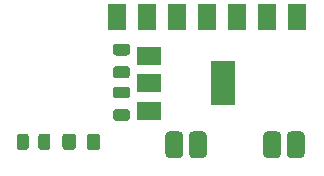
<source format=gbr>
G04 #@! TF.GenerationSoftware,KiCad,Pcbnew,6.0.5+dfsg-1~bpo11+1*
G04 #@! TF.ProjectId,_autosave-esp8266_pzem16_ac,5f617574-6f73-4617-9665-2d6573703832,rev?*
G04 #@! TF.SameCoordinates,Original*
G04 #@! TF.FileFunction,Soldermask,Bot*
G04 #@! TF.FilePolarity,Negative*
%FSLAX46Y46*%
G04 Gerber Fmt 4.6, Leading zero omitted, Abs format (unit mm)*
%MOMM*%
%LPD*%
G01*
G04 APERTURE LIST*
%ADD10R,1.524000X2.286000*%
%ADD11R,2.000000X1.500000*%
%ADD12R,2.000000X3.800000*%
G04 APERTURE END LIST*
D10*
X69215000Y-43053000D03*
X71755000Y-43053000D03*
X74295000Y-43053000D03*
X76835000Y-43053000D03*
X79375000Y-43053000D03*
X81915000Y-43053000D03*
X84455000Y-43053000D03*
G36*
G01*
X76422000Y-54991000D02*
X75660000Y-54991000D01*
G75*
G02*
X75279000Y-54610000I0J381000D01*
G01*
X75279000Y-53086000D01*
G75*
G02*
X75660000Y-52705000I381000J0D01*
G01*
X76422000Y-52705000D01*
G75*
G02*
X76803000Y-53086000I0J-381000D01*
G01*
X76803000Y-54610000D01*
G75*
G02*
X76422000Y-54991000I-381000J0D01*
G01*
G37*
G36*
G01*
X74422000Y-54991000D02*
X73660000Y-54991000D01*
G75*
G02*
X73279000Y-54610000I0J381000D01*
G01*
X73279000Y-53086000D01*
G75*
G02*
X73660000Y-52705000I381000J0D01*
G01*
X74422000Y-52705000D01*
G75*
G02*
X74803000Y-53086000I0J-381000D01*
G01*
X74803000Y-54610000D01*
G75*
G02*
X74422000Y-54991000I-381000J0D01*
G01*
G37*
G36*
G01*
X60701500Y-54044000D02*
X60701500Y-53144000D01*
G75*
G02*
X60951500Y-52894000I250000J0D01*
G01*
X61476500Y-52894000D01*
G75*
G02*
X61726500Y-53144000I0J-250000D01*
G01*
X61726500Y-54044000D01*
G75*
G02*
X61476500Y-54294000I-250000J0D01*
G01*
X60951500Y-54294000D01*
G75*
G02*
X60701500Y-54044000I0J250000D01*
G01*
G37*
G36*
G01*
X62526500Y-54044000D02*
X62526500Y-53144000D01*
G75*
G02*
X62776500Y-52894000I250000J0D01*
G01*
X63301500Y-52894000D01*
G75*
G02*
X63551500Y-53144000I0J-250000D01*
G01*
X63551500Y-54044000D01*
G75*
G02*
X63301500Y-54294000I-250000J0D01*
G01*
X62776500Y-54294000D01*
G75*
G02*
X62526500Y-54044000I0J250000D01*
G01*
G37*
D11*
X71907000Y-50955000D03*
X71907000Y-48655000D03*
D12*
X78207000Y-48655000D03*
D11*
X71907000Y-46355000D03*
G36*
G01*
X84709000Y-54991000D02*
X83947000Y-54991000D01*
G75*
G02*
X83566000Y-54610000I0J381000D01*
G01*
X83566000Y-53086000D01*
G75*
G02*
X83947000Y-52705000I381000J0D01*
G01*
X84709000Y-52705000D01*
G75*
G02*
X85090000Y-53086000I0J-381000D01*
G01*
X85090000Y-54610000D01*
G75*
G02*
X84709000Y-54991000I-381000J0D01*
G01*
G37*
G36*
G01*
X82709000Y-54991000D02*
X81947000Y-54991000D01*
G75*
G02*
X81566000Y-54610000I0J381000D01*
G01*
X81566000Y-53086000D01*
G75*
G02*
X81947000Y-52705000I381000J0D01*
G01*
X82709000Y-52705000D01*
G75*
G02*
X83090000Y-53086000I0J-381000D01*
G01*
X83090000Y-54610000D01*
G75*
G02*
X82709000Y-54991000I-381000J0D01*
G01*
G37*
G36*
G01*
X64576000Y-54044000D02*
X64576000Y-53144000D01*
G75*
G02*
X64826000Y-52894000I250000J0D01*
G01*
X65476000Y-52894000D01*
G75*
G02*
X65726000Y-53144000I0J-250000D01*
G01*
X65726000Y-54044000D01*
G75*
G02*
X65476000Y-54294000I-250000J0D01*
G01*
X64826000Y-54294000D01*
G75*
G02*
X64576000Y-54044000I0J250000D01*
G01*
G37*
G36*
G01*
X66626000Y-54044000D02*
X66626000Y-53144000D01*
G75*
G02*
X66876000Y-52894000I250000J0D01*
G01*
X67526000Y-52894000D01*
G75*
G02*
X67776000Y-53144000I0J-250000D01*
G01*
X67776000Y-54044000D01*
G75*
G02*
X67526000Y-54294000I-250000J0D01*
G01*
X66876000Y-54294000D01*
G75*
G02*
X66626000Y-54044000I0J250000D01*
G01*
G37*
G36*
G01*
X70046000Y-48200000D02*
X69096000Y-48200000D01*
G75*
G02*
X68846000Y-47950000I0J250000D01*
G01*
X68846000Y-47450000D01*
G75*
G02*
X69096000Y-47200000I250000J0D01*
G01*
X70046000Y-47200000D01*
G75*
G02*
X70296000Y-47450000I0J-250000D01*
G01*
X70296000Y-47950000D01*
G75*
G02*
X70046000Y-48200000I-250000J0D01*
G01*
G37*
G36*
G01*
X70046000Y-46300000D02*
X69096000Y-46300000D01*
G75*
G02*
X68846000Y-46050000I0J250000D01*
G01*
X68846000Y-45550000D01*
G75*
G02*
X69096000Y-45300000I250000J0D01*
G01*
X70046000Y-45300000D01*
G75*
G02*
X70296000Y-45550000I0J-250000D01*
G01*
X70296000Y-46050000D01*
G75*
G02*
X70046000Y-46300000I-250000J0D01*
G01*
G37*
G36*
G01*
X69096000Y-48917000D02*
X70046000Y-48917000D01*
G75*
G02*
X70296000Y-49167000I0J-250000D01*
G01*
X70296000Y-49667000D01*
G75*
G02*
X70046000Y-49917000I-250000J0D01*
G01*
X69096000Y-49917000D01*
G75*
G02*
X68846000Y-49667000I0J250000D01*
G01*
X68846000Y-49167000D01*
G75*
G02*
X69096000Y-48917000I250000J0D01*
G01*
G37*
G36*
G01*
X69096000Y-50817000D02*
X70046000Y-50817000D01*
G75*
G02*
X70296000Y-51067000I0J-250000D01*
G01*
X70296000Y-51567000D01*
G75*
G02*
X70046000Y-51817000I-250000J0D01*
G01*
X69096000Y-51817000D01*
G75*
G02*
X68846000Y-51567000I0J250000D01*
G01*
X68846000Y-51067000D01*
G75*
G02*
X69096000Y-50817000I250000J0D01*
G01*
G37*
M02*

</source>
